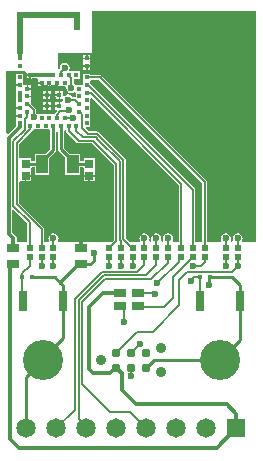
<source format=gtl>
G04*
G04 #@! TF.GenerationSoftware,Altium Limited,Altium Designer,21.6.4 (81)*
G04*
G04 Layer_Physical_Order=1*
G04 Layer_Color=255*
%FSLAX44Y44*%
%MOMM*%
G71*
G04*
G04 #@! TF.SameCoordinates,998CE461-73B7-439C-9EE3-FAF607E45F75*
G04*
G04*
G04 #@! TF.FilePolarity,Positive*
G04*
G01*
G75*
%ADD10C,0.2540*%
%ADD14R,0.7200X0.7200*%
%ADD15R,0.3600X0.3500*%
%ADD16R,0.5500X0.5200*%
%ADD17R,0.8000X1.7000*%
%ADD18R,0.3500X0.3500*%
%ADD19R,0.4200X0.4200*%
%ADD20R,1.0000X1.5500*%
%ADD22R,1.0200X0.6400*%
%ADD23R,1.0000X0.8000*%
%ADD38C,0.7900*%
%ADD39C,0.1520*%
%ADD40C,0.3500*%
%ADD41C,3.4000*%
%ADD42C,1.6500*%
%ADD43R,1.6500X1.6500*%
%ADD44C,0.9000*%
%ADD45C,0.6000*%
G36*
X66500Y379420D02*
X61500D01*
Y389420D01*
X18000D01*
Y359420D01*
X13000D01*
Y394420D01*
X66500D01*
Y379420D01*
D02*
G37*
G36*
X21380Y343480D02*
Y342132D01*
X24400D01*
Y341370D01*
X25162D01*
Y338350D01*
X26610D01*
X27420Y338350D01*
X28690Y338350D01*
X30051D01*
X31130Y337890D01*
X31130Y337080D01*
Y335632D01*
X34150D01*
Y334870D01*
X34912D01*
Y331850D01*
X36360D01*
X37170Y331850D01*
X38440Y331850D01*
X39888D01*
Y334870D01*
X41412D01*
Y331850D01*
X42860D01*
X43670Y331850D01*
X44940Y331850D01*
X46388D01*
Y334870D01*
X47912D01*
Y331850D01*
X49360D01*
X50170Y331850D01*
X51440Y331850D01*
X54105D01*
X54911Y330868D01*
X54828Y330454D01*
X55160Y328788D01*
X56104Y327375D01*
X57516Y326432D01*
X59182Y326100D01*
X60848Y326432D01*
X61510Y326874D01*
X62166Y326800D01*
X62780Y326195D01*
X62780Y325460D01*
Y323256D01*
X62002Y322618D01*
X60395D01*
X59721Y323627D01*
X58308Y324570D01*
X56642Y324902D01*
X54976Y324570D01*
X53740Y323744D01*
X53027Y323945D01*
X52470Y324276D01*
Y327870D01*
X49862D01*
Y324500D01*
Y321130D01*
X51733D01*
X52309Y320066D01*
X51327Y318870D01*
X49862D01*
Y315500D01*
X49100D01*
Y314738D01*
X45730D01*
Y312130D01*
X46657D01*
X47183Y310860D01*
X45686Y309363D01*
X45238Y308692D01*
X45128Y308140D01*
X44130Y308140D01*
X42860Y308140D01*
X38440D01*
X37630Y308140D01*
X36360Y308140D01*
X31130D01*
X30479Y308659D01*
X30419Y308738D01*
X30419Y308738D01*
X29410Y309412D01*
Y311635D01*
X29252Y312427D01*
X28804Y313098D01*
X25020Y316882D01*
X25020Y319770D01*
X25020Y321040D01*
Y322488D01*
X22000D01*
Y324012D01*
X25020D01*
Y325460D01*
X25020Y326270D01*
X25020Y327540D01*
Y328988D01*
X22000D01*
Y329750D01*
X21238D01*
Y332770D01*
X18980D01*
X18520Y333849D01*
X18520Y336020D01*
X18520Y337290D01*
Y342520D01*
X12480D01*
Y337290D01*
X12480Y336480D01*
X12480Y335210D01*
Y333762D01*
X15500D01*
Y332238D01*
X12480D01*
Y330790D01*
X12480Y329980D01*
X12480Y328710D01*
Y326797D01*
X12421Y326500D01*
Y320000D01*
X12480Y319703D01*
X12480Y316980D01*
X12480Y315710D01*
Y314262D01*
X15500D01*
Y312738D01*
X12480D01*
Y311290D01*
X12480Y310480D01*
X12480Y309210D01*
Y307762D01*
X15500D01*
Y306238D01*
X12480D01*
Y303980D01*
X12480Y303980D01*
Y303520D01*
X12480D01*
X12480Y302710D01*
Y300797D01*
X12421Y300500D01*
Y298633D01*
X5252Y291464D01*
X4078Y291950D01*
Y344750D01*
X20259D01*
X21380Y343480D01*
D02*
G37*
G36*
X39610Y295600D02*
X40420Y295600D01*
X41310Y294699D01*
Y279073D01*
X37008Y274770D01*
X28130D01*
Y268340D01*
X25270D01*
Y271220D01*
X15530Y271220D01*
X15070Y272299D01*
Y283143D01*
X25864Y293937D01*
X26312Y294608D01*
X26393Y295014D01*
X27420Y295600D01*
X27880D01*
Y295600D01*
X33110D01*
X33920Y295600D01*
X35190Y295600D01*
X39610D01*
D02*
G37*
G36*
X54662Y294870D02*
X54830Y294702D01*
Y293850D01*
X54988Y293058D01*
X55437Y292386D01*
X63787Y284036D01*
X64458Y283588D01*
X65250Y283430D01*
X76752D01*
X94958Y265224D01*
Y201771D01*
X93187Y200000D01*
X48478Y200000D01*
X47879Y201120D01*
X48022Y201334D01*
X48354Y203000D01*
X48022Y204666D01*
X47078Y206078D01*
X45666Y207022D01*
X44000Y207354D01*
X42334Y207022D01*
X40922Y206078D01*
X39978Y204666D01*
X39646Y203000D01*
X39978Y201334D01*
X40121Y201120D01*
X39522Y200000D01*
X36070D01*
Y210837D01*
X35912Y211629D01*
X35464Y212301D01*
X15070Y232695D01*
Y250201D01*
X15530Y251280D01*
X16340Y251280D01*
X19638D01*
Y256150D01*
X20400D01*
Y256912D01*
X25270D01*
Y260210D01*
X25270Y261020D01*
X25270Y262262D01*
X26168Y263160D01*
X28130D01*
Y256730D01*
X40670D01*
Y271108D01*
X45731Y276169D01*
X46293Y277009D01*
X46490Y278000D01*
Y293516D01*
X47150Y293904D01*
X47810Y293516D01*
Y278500D01*
X48007Y277509D01*
X48569Y276669D01*
X54130Y271108D01*
Y256730D01*
X66670D01*
Y263160D01*
X68632D01*
X69530Y262262D01*
Y261480D01*
X69530Y260210D01*
Y256912D01*
X79270D01*
Y260210D01*
X79270Y261020D01*
X79270Y262290D01*
Y271220D01*
X69530D01*
Y268340D01*
X66670D01*
Y274770D01*
X57792D01*
X52990Y279573D01*
Y294210D01*
X54067Y295057D01*
X54662Y294870D01*
D02*
G37*
G36*
X21930Y215681D02*
Y200000D01*
X13079D01*
Y203000D01*
X13079Y203000D01*
X12845Y204178D01*
X12177Y205177D01*
X9079Y208275D01*
Y226872D01*
X10252Y227358D01*
X21930Y215681D01*
D02*
G37*
G36*
X149930Y248463D02*
Y200000D01*
X145478D01*
X144879Y201120D01*
X145022Y201334D01*
X145354Y203000D01*
X145022Y204666D01*
X144079Y206078D01*
X142666Y207022D01*
X141000Y207354D01*
X139334Y207022D01*
X137921Y206078D01*
X136978Y204666D01*
X136646Y203000D01*
X136976Y201342D01*
X136966Y201312D01*
X136366Y200213D01*
X135634D01*
X135034Y201312D01*
X135024Y201342D01*
X135354Y203000D01*
X135022Y204666D01*
X134078Y206078D01*
X132666Y207022D01*
X131000Y207354D01*
X129334Y207022D01*
X127921Y206078D01*
X126978Y204666D01*
X126646Y203000D01*
X126976Y201343D01*
X126966Y201312D01*
X126366Y200213D01*
X125634D01*
X125034Y201312D01*
X125024Y201343D01*
X125354Y203000D01*
X125022Y204666D01*
X124079Y206078D01*
X122666Y207022D01*
X121000Y207354D01*
X119334Y207022D01*
X117921Y206078D01*
X116978Y204666D01*
X116646Y203000D01*
X116978Y201334D01*
X117121Y201120D01*
X116522Y200000D01*
X108743D01*
X105194Y203549D01*
Y269474D01*
X105036Y270266D01*
X104587Y270938D01*
X82482Y293044D01*
X81811Y293492D01*
X81018Y293650D01*
X74027D01*
X71370Y296307D01*
X71856Y297480D01*
X75320D01*
Y303520D01*
X75320D01*
Y303980D01*
X75320D01*
Y309210D01*
X75320Y310020D01*
X75320Y311290D01*
Y315710D01*
X75320Y316520D01*
X75320Y317790D01*
Y321277D01*
X76590Y321803D01*
X149930Y248463D01*
D02*
G37*
G36*
X169930Y249799D02*
Y200000D01*
X164070Y200000D01*
Y244146D01*
X163912Y244938D01*
X163463Y245610D01*
X75599Y333474D01*
X75320Y333660D01*
Y336020D01*
X75320D01*
Y336160D01*
X76092Y337430D01*
X82299D01*
X169930Y249799D01*
D02*
G37*
G36*
X215922Y200000D02*
X204478D01*
X203879Y201120D01*
X204022Y201334D01*
X204354Y203000D01*
X204022Y204666D01*
X203078Y206078D01*
X201666Y207022D01*
X200000Y207354D01*
X198334Y207022D01*
X196922Y206078D01*
X195978Y204666D01*
X195646Y203000D01*
X195976Y201342D01*
X195966Y201313D01*
X195366Y200213D01*
X194634D01*
X194034Y201313D01*
X194024Y201342D01*
X194354Y203000D01*
X194022Y204666D01*
X193078Y206078D01*
X191666Y207022D01*
X190000Y207354D01*
X188334Y207022D01*
X186922Y206078D01*
X185978Y204666D01*
X185646Y203000D01*
X185978Y201334D01*
X186121Y201120D01*
X185522Y200000D01*
X174070D01*
Y250656D01*
X173912Y251448D01*
X173463Y252120D01*
X84620Y340964D01*
X83948Y341412D01*
X83156Y341570D01*
X75320D01*
Y342520D01*
X69280D01*
Y336480D01*
X69280D01*
Y336020D01*
X69280D01*
Y333849D01*
X68820Y332770D01*
X68010Y332770D01*
X62780D01*
X62780Y332770D01*
Y332770D01*
X62456Y333245D01*
X62260Y333532D01*
X61990Y333713D01*
X61252Y334207D01*
Y338350D01*
X66420D01*
Y344390D01*
X60380D01*
X60380Y344390D01*
X59920D01*
Y344390D01*
X59110Y344390D01*
X58197D01*
X57519Y345660D01*
X57616Y345806D01*
X57948Y347472D01*
X57616Y349138D01*
X56673Y350550D01*
X55260Y351494D01*
X53594Y351826D01*
X51928Y351494D01*
X50515Y350550D01*
X49572Y349138D01*
X49240Y347472D01*
X49337Y346984D01*
X49146Y346664D01*
X49020Y346579D01*
X47750Y347254D01*
Y359750D01*
X76500D01*
X76500Y395922D01*
X215922D01*
X215922Y200000D01*
D02*
G37*
%LPC*%
G36*
X23638Y340608D02*
X21380D01*
Y338350D01*
X23638D01*
Y340608D01*
D02*
G37*
G36*
X33388Y334108D02*
X31130D01*
Y331850D01*
X33388D01*
Y334108D01*
D02*
G37*
G36*
X22762Y332770D02*
Y330512D01*
X25020D01*
Y332770D01*
X22762D01*
D02*
G37*
G36*
X48338Y327870D02*
X45730D01*
Y325262D01*
X48338D01*
Y327870D01*
D02*
G37*
G36*
X42070D02*
X39462D01*
Y325262D01*
X42070D01*
Y327870D01*
D02*
G37*
G36*
X37938D02*
X35330D01*
Y325262D01*
X37938D01*
Y327870D01*
D02*
G37*
G36*
X42070Y323738D02*
X39462D01*
Y321130D01*
X42070D01*
Y323738D01*
D02*
G37*
G36*
X37938D02*
X35330D01*
Y321130D01*
X37938D01*
Y323738D01*
D02*
G37*
G36*
X48338D02*
X45730D01*
Y321130D01*
X48338D01*
Y323738D01*
D02*
G37*
G36*
Y318870D02*
X45730D01*
Y316262D01*
X48338D01*
Y318870D01*
D02*
G37*
G36*
X42070D02*
X39462D01*
Y316262D01*
X42070D01*
Y318870D01*
D02*
G37*
G36*
X37938D02*
X35330D01*
Y316262D01*
X37938D01*
Y318870D01*
D02*
G37*
G36*
X42070Y314738D02*
X39462D01*
Y312130D01*
X42070D01*
Y314738D01*
D02*
G37*
G36*
X37938D02*
X35330D01*
Y312130D01*
X37938D01*
Y314738D01*
D02*
G37*
G36*
X79270Y255388D02*
X75162D01*
Y251280D01*
X79270D01*
Y255388D01*
D02*
G37*
G36*
X73638D02*
X69530D01*
Y251280D01*
X73638D01*
Y255388D01*
D02*
G37*
G36*
X25270D02*
X21162D01*
Y251280D01*
X25270D01*
Y255388D01*
D02*
G37*
G36*
X75320Y358440D02*
X73062D01*
Y356182D01*
X75320D01*
Y358440D01*
D02*
G37*
G36*
X71538D02*
X69280D01*
Y356182D01*
X71538D01*
Y358440D01*
D02*
G37*
G36*
X75320Y354658D02*
X69280D01*
Y353210D01*
X69280Y352400D01*
X69280Y351130D01*
Y349682D01*
X75320D01*
Y351130D01*
X75320Y351940D01*
X75320Y353210D01*
Y354658D01*
D02*
G37*
G36*
Y348158D02*
X73062D01*
Y345900D01*
X75320D01*
Y348158D01*
D02*
G37*
G36*
X71538D02*
X69280D01*
Y345900D01*
X71538D01*
Y348158D01*
D02*
G37*
%LPD*%
D10*
X122700Y93650D02*
X129050Y100000D01*
X185000D01*
Y100357D01*
X202000Y117357D01*
X21100Y42200D02*
Y85907D01*
X35000Y99807D02*
Y100000D01*
X21100Y85907D02*
X35000Y99807D01*
X52000Y118618D02*
Y150000D01*
X35000Y100000D02*
Y101618D01*
X52000Y118618D01*
X176111Y169911D02*
X176200Y170000D01*
X176111Y163411D02*
Y169911D01*
X176022Y163322D02*
X176111Y163411D01*
X75232Y181150D02*
X78232Y184150D01*
Y190500D01*
X67000Y181150D02*
X75232D01*
X49784Y165608D02*
X52000Y163392D01*
X45392Y170000D02*
X49784Y165608D01*
X65100Y181150D02*
X67000D01*
X49784Y165834D02*
X65100Y181150D01*
X49784Y165608D02*
Y165834D01*
X52000Y150000D02*
Y163392D01*
X26200Y170000D02*
X45392D01*
X122700Y93650D02*
X122700D01*
X202000Y117357D02*
Y150000D01*
Y163506D01*
X176200Y170000D02*
X195506D01*
X202000Y163506D01*
X15500Y355420D02*
X15500Y355420D01*
X50400Y278500D02*
Y298620D01*
Y278500D02*
X60400Y268500D01*
X43900Y278000D02*
Y298620D01*
X34400Y268500D02*
X43900Y278000D01*
X60400Y265750D02*
Y268500D01*
X34400Y265750D02*
Y268500D01*
X60400Y265750D02*
X60400Y265750D01*
X74400D01*
X34400D02*
X34400Y265750D01*
X20400Y265750D02*
X34400D01*
D14*
X74400Y266350D02*
D03*
Y256150D02*
D03*
X20400Y266350D02*
D03*
Y256150D02*
D03*
D15*
X176200Y170000D02*
D03*
X167800D02*
D03*
X26200D02*
D03*
X17800D02*
D03*
D16*
X172000Y187000D02*
D03*
Y195000D02*
D03*
X200000Y187000D02*
D03*
Y195000D02*
D03*
X44000D02*
D03*
Y187000D02*
D03*
X190000Y195000D02*
D03*
Y187000D02*
D03*
X24000D02*
D03*
Y195000D02*
D03*
X34000Y187000D02*
D03*
Y195000D02*
D03*
X101000Y187000D02*
D03*
Y195000D02*
D03*
X131000Y187000D02*
D03*
Y195000D02*
D03*
X111000Y187000D02*
D03*
Y195000D02*
D03*
X121000Y187000D02*
D03*
Y195000D02*
D03*
X141000Y187000D02*
D03*
Y195000D02*
D03*
X91000Y187000D02*
D03*
Y195000D02*
D03*
X152000Y187000D02*
D03*
X162000D02*
D03*
X152000Y195000D02*
D03*
X162000D02*
D03*
D17*
X168000Y150000D02*
D03*
X202000D02*
D03*
X18000D02*
D03*
X52000D02*
D03*
D18*
X40650Y334870D02*
D03*
X53650D02*
D03*
X40650Y305120D02*
D03*
X56900Y298620D02*
D03*
X37400D02*
D03*
X34150Y334870D02*
D03*
X47150D02*
D03*
X24400Y341370D02*
D03*
X30900D02*
D03*
X37400D02*
D03*
X43900D02*
D03*
X50400D02*
D03*
X56900D02*
D03*
X63400D02*
D03*
X65800Y329750D02*
D03*
Y323250D02*
D03*
Y316750D02*
D03*
Y310250D02*
D03*
X72300Y355420D02*
D03*
Y348920D02*
D03*
Y339500D02*
D03*
Y333000D02*
D03*
Y326500D02*
D03*
Y320000D02*
D03*
Y313500D02*
D03*
Y307000D02*
D03*
Y300500D02*
D03*
X53650Y305120D02*
D03*
X47150D02*
D03*
X34150D02*
D03*
X63400Y298620D02*
D03*
X50400D02*
D03*
X43900D02*
D03*
X30900D02*
D03*
X24400D02*
D03*
X22000Y310250D02*
D03*
Y316750D02*
D03*
Y323250D02*
D03*
Y329750D02*
D03*
X15500Y300500D02*
D03*
Y307000D02*
D03*
Y313500D02*
D03*
Y320000D02*
D03*
Y326500D02*
D03*
Y333000D02*
D03*
Y339500D02*
D03*
Y348920D02*
D03*
Y355420D02*
D03*
D19*
X49100Y324500D02*
D03*
Y315500D02*
D03*
X38700D02*
D03*
Y324500D02*
D03*
D20*
X60400Y265750D02*
D03*
X34400D02*
D03*
D22*
X67000Y194850D02*
D03*
Y181150D02*
D03*
X10000Y194850D02*
D03*
Y181150D02*
D03*
D23*
X100450Y145630D02*
D03*
X115450D02*
D03*
Y156630D02*
D03*
X100450D02*
D03*
D38*
X97300Y93650D02*
D03*
Y106350D02*
D03*
X110000Y93650D02*
D03*
Y106350D02*
D03*
X122700Y93650D02*
D03*
Y106350D02*
D03*
D39*
X68580Y79420D02*
Y149389D01*
X92000Y56000D02*
X108900D01*
X68580Y79420D02*
X92000Y56000D01*
X108900D02*
X122700Y42200D01*
X152000Y195000D02*
Y249320D01*
X75402Y325918D02*
X152000Y249320D01*
X100450Y145630D02*
X103500Y142580D01*
Y132000D02*
Y142580D01*
X137850Y145000D02*
X145034Y152184D01*
X116080Y145000D02*
X137850D01*
X172042Y182922D02*
Y187000D01*
X168952Y179832D02*
X172042Y182922D01*
X162602Y179832D02*
X168952D01*
X150223Y185223D02*
X152000Y187000D01*
X150223Y183243D02*
Y185223D01*
X132080Y165100D02*
X150223Y183243D01*
X161850Y187000D02*
X162000D01*
X145034Y170184D02*
X161850Y187000D01*
X145034Y152184D02*
Y170184D01*
X152000Y187000D02*
X152125Y186875D01*
X162052Y187008D02*
X162052Y187008D01*
X115450Y145630D02*
X116080Y145000D01*
X115450Y156630D02*
X129580D01*
X55340Y310610D02*
X56896Y312166D01*
X47150Y307900D02*
X49860Y310610D01*
X55340D01*
X54570Y304800D02*
X60706D01*
X54270Y304500D02*
X54570Y304800D01*
X62002Y320548D02*
X65800Y316750D01*
X56642Y320548D02*
X62002D01*
X72300Y326500D02*
X72882Y325918D01*
X75402D01*
X59182Y330454D02*
Y339088D01*
X56900Y341370D02*
X59182Y339088D01*
X50400Y344278D02*
X53594Y347472D01*
X50400Y341370D02*
Y344278D01*
X160528Y167386D02*
X163142Y170000D01*
X167800D01*
X127000Y168656D02*
X141000Y182656D01*
X87846Y168656D02*
X127000D01*
X141000Y182656D02*
Y187000D01*
X150114Y146304D02*
Y167640D01*
X157226Y174752D01*
X194912D01*
X128016Y124206D02*
X150114Y146304D01*
X103124Y202692D02*
Y269474D01*
X109160Y196840D02*
X111000Y195000D01*
X103124Y202692D02*
X108976Y196840D01*
X109160D01*
X101000Y195000D02*
Y200517D01*
X100084Y201433D02*
X101000Y200517D01*
X100084Y201433D02*
Y268215D01*
X97028Y200914D02*
Y266082D01*
X92990Y196840D02*
Y196876D01*
X97028Y200914D01*
X77610Y285500D02*
X97028Y266082D01*
X81018Y291580D02*
X103124Y269474D01*
X81650Y286650D02*
X100084Y268215D01*
X65250Y285500D02*
X77610D01*
X91150Y195000D02*
X92990Y196840D01*
X91000Y195000D02*
X91150D01*
X162000D02*
Y244146D01*
X72300Y333000D02*
X73290Y332010D01*
X74136D01*
X162000Y244146D01*
X83156Y339500D02*
X172000Y250656D01*
Y195000D02*
Y250656D01*
X72300Y339500D02*
X83156D01*
X24000Y195000D02*
Y216538D01*
X9960Y230578D02*
X24000Y216538D01*
X9960Y230578D02*
Y285259D01*
X13000Y231837D02*
Y284000D01*
Y231837D02*
X34000Y210837D01*
Y195000D02*
Y210837D01*
X71900Y42200D02*
Y43512D01*
X65540Y49872D02*
X71900Y43512D01*
X62500Y151908D02*
X85344Y174752D01*
X46500Y42200D02*
X62500Y58200D01*
X68580Y149389D02*
X87846Y168656D01*
X62500Y58200D02*
Y151908D01*
X65540Y49872D02*
Y150649D01*
X86595Y171704D01*
X97300Y106350D02*
X115156Y124206D01*
X128016D01*
X116934Y113284D02*
X117094D01*
X110008Y106358D02*
X116934Y113284D01*
X194912Y174752D02*
X199992Y179832D01*
X189992Y186992D02*
X190000Y187000D01*
X189992Y179832D02*
Y186992D01*
X167800Y150200D02*
Y170000D01*
X43992Y179832D02*
Y186992D01*
X109992Y86482D02*
Y93642D01*
X110992Y179832D02*
Y186992D01*
X33992Y179832D02*
Y186992D01*
X90992Y179832D02*
Y186992D01*
X86595Y171704D02*
X122428D01*
X85344Y174752D02*
X114808D01*
X122428Y171704D02*
X131000Y180276D01*
Y187000D01*
X121000Y180944D02*
Y187000D01*
X114808Y174752D02*
X121000Y180944D01*
X100992Y179832D02*
Y186992D01*
X199992Y179832D02*
Y186992D01*
X17800Y150200D02*
X18000Y150000D01*
X17800Y150200D02*
Y170000D01*
X167800Y150200D02*
X168000Y150000D01*
X24000Y180000D02*
Y187000D01*
X17800Y173800D02*
X24000Y180000D01*
X17800Y170000D02*
Y173800D01*
X200000Y195000D02*
Y203000D01*
X190000Y195000D02*
Y203000D01*
X141000Y195000D02*
Y203000D01*
X131000Y195000D02*
Y203000D01*
X121000Y195000D02*
Y203000D01*
X73170Y291580D02*
X81018D01*
X79759Y288540D02*
X81650Y286650D01*
X69210Y288540D02*
X79759D01*
X68000Y296750D02*
X73170Y291580D01*
X68000Y296750D02*
Y308050D01*
X56900Y293850D02*
X65250Y285500D01*
X44000Y195000D02*
X44000Y195000D01*
X44000Y195000D02*
Y203000D01*
X13000Y284000D02*
X24400Y295400D01*
X9960Y285259D02*
X19770Y295069D01*
X24400Y295400D02*
Y298620D01*
X19770Y295069D02*
Y303770D01*
X22000Y306000D01*
Y310250D01*
X27340Y305660D02*
Y311635D01*
X53650Y305120D02*
X54270Y304500D01*
X63400Y294350D02*
X69210Y288540D01*
X22000Y316750D02*
X22990Y315760D01*
X47150Y305120D02*
Y307900D01*
X23214Y315760D02*
X27340Y311635D01*
X22990Y315760D02*
X23214D01*
X56900Y293850D02*
Y298620D01*
X63400Y294350D02*
Y298620D01*
X65800Y310250D02*
X68000Y308050D01*
D40*
X10000Y194850D02*
Y203000D01*
X6000Y207000D02*
X10000Y203000D01*
X6000Y207000D02*
Y287857D01*
X15500Y297357D01*
X74168Y144780D02*
X86018Y156630D01*
X100450D01*
X74168Y92710D02*
Y144780D01*
X67000Y194850D02*
Y202890D01*
X67310Y203200D01*
X182354Y25654D02*
X198900Y42200D01*
X14478Y25654D02*
X182354D01*
X7112Y33020D02*
X14478Y25654D01*
X8562Y181150D02*
X10000D01*
X7112Y179700D02*
X8562Y181150D01*
X7112Y33020D02*
Y179700D01*
X74168Y92710D02*
X77724Y89154D01*
X96109Y93650D02*
X97300D01*
X91613Y89154D02*
X96109Y93650D01*
X77724Y89154D02*
X91613D01*
X102108Y74930D02*
X114300Y62738D01*
X97300Y93650D02*
X102108Y88842D01*
Y74930D02*
Y88842D01*
X198900Y42200D02*
Y54592D01*
X190754Y62738D02*
X198900Y54592D01*
X114300Y62738D02*
X190754D01*
X15500Y297357D02*
Y300500D01*
Y320000D02*
Y326500D01*
X30900Y341370D02*
X37400D01*
X15500Y355420D02*
Y359420D01*
X24400Y341370D02*
X30900D01*
X37400D02*
X43900D01*
X28500Y336000D02*
X28802Y336302D01*
D41*
X185000Y100000D02*
D03*
X35000D02*
D03*
D42*
X21100Y42200D02*
D03*
X46500D02*
D03*
X148100D02*
D03*
X173500D02*
D03*
X122700D02*
D03*
X97300D02*
D03*
X71900D02*
D03*
D43*
X198900D02*
D03*
D44*
X84600Y100000D02*
D03*
X135400Y110160D02*
D03*
Y89840D02*
D03*
D45*
X15589Y205236D02*
D03*
X55000Y205000D02*
D03*
X80000D02*
D03*
X180000Y212500D02*
D03*
X212500D02*
D03*
Y227500D02*
D03*
Y242500D02*
D03*
Y257500D02*
D03*
Y272500D02*
D03*
Y287500D02*
D03*
Y302500D02*
D03*
Y317500D02*
D03*
Y332500D02*
D03*
Y347500D02*
D03*
Y362500D02*
D03*
Y377500D02*
D03*
Y392500D02*
D03*
X20000Y275000D02*
D03*
X57500Y282500D02*
D03*
X45000Y270000D02*
D03*
X155000Y260000D02*
D03*
X140000Y275000D02*
D03*
X125000Y290000D02*
D03*
X110000Y305000D02*
D03*
X95000Y320000D02*
D03*
X82500Y332500D02*
D03*
X200000Y392500D02*
D03*
Y377500D02*
D03*
Y362500D02*
D03*
Y347500D02*
D03*
Y332500D02*
D03*
Y317500D02*
D03*
Y302500D02*
D03*
Y287500D02*
D03*
Y272500D02*
D03*
Y257500D02*
D03*
Y242500D02*
D03*
Y227500D02*
D03*
X185000Y392500D02*
D03*
Y377500D02*
D03*
Y362500D02*
D03*
Y347500D02*
D03*
Y332500D02*
D03*
Y317500D02*
D03*
Y302500D02*
D03*
Y287500D02*
D03*
Y272500D02*
D03*
Y257500D02*
D03*
Y242500D02*
D03*
Y227500D02*
D03*
X170000Y392500D02*
D03*
Y377500D02*
D03*
Y362500D02*
D03*
Y347500D02*
D03*
Y332500D02*
D03*
Y317500D02*
D03*
Y302500D02*
D03*
Y287500D02*
D03*
Y272500D02*
D03*
X155000Y392500D02*
D03*
Y377500D02*
D03*
Y362500D02*
D03*
Y347500D02*
D03*
Y332500D02*
D03*
Y317500D02*
D03*
Y302500D02*
D03*
Y287500D02*
D03*
X140000Y392500D02*
D03*
Y377500D02*
D03*
Y362500D02*
D03*
Y347500D02*
D03*
Y332500D02*
D03*
Y317500D02*
D03*
Y302500D02*
D03*
X125000Y392500D02*
D03*
Y377500D02*
D03*
Y362500D02*
D03*
Y347500D02*
D03*
Y332500D02*
D03*
Y317500D02*
D03*
X110000Y392500D02*
D03*
Y377500D02*
D03*
Y362500D02*
D03*
Y347500D02*
D03*
Y332500D02*
D03*
Y242500D02*
D03*
Y227500D02*
D03*
X95000Y392500D02*
D03*
Y377500D02*
D03*
Y362500D02*
D03*
Y347500D02*
D03*
X80000Y392500D02*
D03*
Y377500D02*
D03*
Y362500D02*
D03*
Y347500D02*
D03*
Y242500D02*
D03*
Y227500D02*
D03*
X65000Y347500D02*
D03*
Y242500D02*
D03*
Y227500D02*
D03*
X50000Y257500D02*
D03*
Y242500D02*
D03*
Y227500D02*
D03*
X35000Y287500D02*
D03*
Y242500D02*
D03*
Y227500D02*
D03*
X20000Y242500D02*
D03*
X103500Y132000D02*
D03*
X130303Y156209D02*
D03*
X162602Y179832D02*
D03*
X132080Y165100D02*
D03*
X60706Y304800D02*
D03*
X56896Y312166D02*
D03*
X56642Y320548D02*
D03*
X53594Y347472D02*
D03*
X59182Y330454D02*
D03*
X160528Y167386D02*
D03*
X176022Y163322D02*
D03*
X78232Y190500D02*
D03*
X117094Y113284D02*
D03*
X189992Y179832D02*
D03*
X43992D02*
D03*
X109992Y86482D02*
D03*
X110992Y179832D02*
D03*
X33992D02*
D03*
X90992D02*
D03*
X100992D02*
D03*
X199992D02*
D03*
X200000Y203000D02*
D03*
X190000D02*
D03*
X141000D02*
D03*
X131000D02*
D03*
X121000D02*
D03*
X44000Y203000D02*
D03*
X43542Y320957D02*
D03*
X44250Y330250D02*
D03*
X27340Y305660D02*
D03*
X66250Y355750D02*
D03*
X30734Y318008D02*
D03*
X51250Y355750D02*
D03*
X58750D02*
D03*
X22252Y335965D02*
D03*
X28500Y326750D02*
D03*
X10000Y333250D02*
D03*
X37500Y330250D02*
D03*
X28500Y336000D02*
D03*
M02*

</source>
